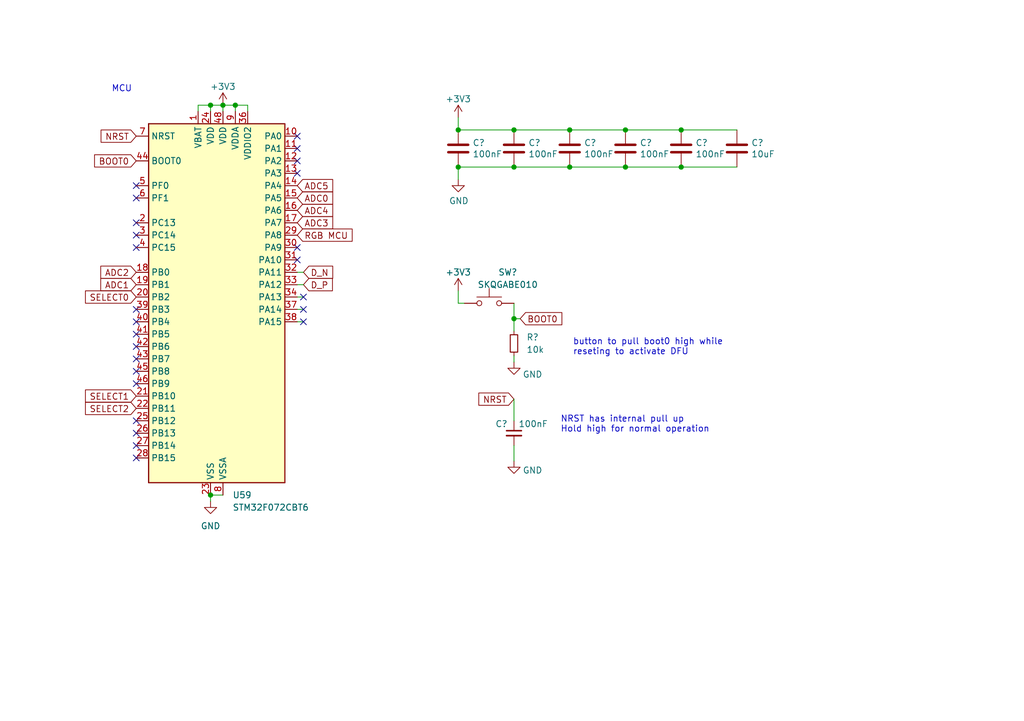
<source format=kicad_sch>
(kicad_sch (version 20230121) (generator eeschema)
  (paper "A5")
  (lib_symbols
    (symbol "Device:C" (pin_numbers hide) (pin_names (offset 0.254))
      (property "Reference" "C" (at 0.635 2.54 0))
      (property "Value" "C" (at 0.635 -2.54 0))
      (symbol "C_0_1"
        (polyline (pts (xy -2.032 -0.762) (xy 2.032 -0.762)) (stroke (width 0.508)))
        (polyline (pts (xy -2.032 0.762) (xy 2.032 0.762)) (stroke (width 0.508)))
      )
      (symbol "C_1_1"
        (pin passive line (at 0 3.81 270) (length 2.794) (name "~") (number "1"))
        (pin passive line (at 0 -3.81 90) (length 2.794) (name "~") (number "2"))
      )
    )
    (symbol "Device:C_Small" (pin_numbers hide) (pin_names (offset 0.254) hide)
      (property "Reference" "C" (at 0.254 1.778 0))
      (property "Value" "C_Small" (at 0.254 -2.032 0))
      (symbol "C_Small_0_1"
        (polyline (pts (xy -1.524 -0.508) (xy 1.524 -0.508)) (stroke (width 0.3302)))
        (polyline (pts (xy -1.524 0.508) (xy 1.524 0.508)) (stroke (width 0.3048)))
      )
      (symbol "C_Small_1_1"
        (pin passive line (at 0 2.54 270) (length 2.032) (name "~") (number "1"))
        (pin passive line (at 0 -2.54 90) (length 2.032) (name "~") (number "2"))
      )
    )
    (symbol "Device:R_Small" (pin_numbers hide) (pin_names (offset 0.254) hide)
      (property "Reference" "R" (at 0.762 0.508 0))
      (property "Value" "R_Small" (at 0.762 -1.016 0))
      (symbol "R_Small_0_1"
        (rectangle (start -0.762 1.778) (end 0.762 -1.778) (stroke (width 0.2032)))
      )
      (symbol "R_Small_1_1"
        (pin passive line (at 0 2.54 270) (length 0.762) (name "~") (number "1"))
        (pin passive line (at 0 -2.54 90) (length 0.762) (name "~") (number "2"))
      )
    )
    (symbol "MCU_ST_STM32F0:STM32F072CBTx"
      (property "Reference" "U" (at -12.7 39.37 0))
      (property "Value" "STM32F072CBTx" (at 10.16 39.37 0))
      (symbol "STM32F072CBTx_0_1"
        (rectangle (start -12.7 -35.56) (end 15.24 38.1) (stroke (width 0.254)) (fill (type background)))
      )
      (symbol "STM32F072CBTx_1_1"
        (pin power_in line (at -2.54 40.64 270) (length 2.54) (name "VBAT") (number "1"))
        (pin bidirectional line (at 17.78 35.56 180) (length 2.54) (name "PA0") (number "10"))
        (pin bidirectional line (at 17.78 33.02 180) (length 2.54) (name "PA1") (number "11"))
        (pin bidirectional line (at 17.78 30.48 180) (length 2.54) (name "PA2") (number "12"))
        (pin bidirectional line (at 17.78 27.94 180) (length 2.54) (name "PA3") (number "13"))
        (pin bidirectional line (at 17.78 25.4 180) (length 2.54) (name "PA4") (number "14"))
        (pin bidirectional line (at 17.78 22.86 180) (length 2.54) (name "PA5") (number "15"))
        (pin bidirectional line (at 17.78 20.32 180) (length 2.54) (name "PA6") (number "16"))
        (pin bidirectional line (at 17.78 17.78 180) (length 2.54) (name "PA7") (number "17"))
        (pin bidirectional line (at -15.24 7.62 0) (length 2.54) (name "PB0") (number "18"))
        (pin bidirectional line (at -15.24 5.08 0) (length 2.54) (name "PB1") (number "19"))
        (pin bidirectional line (at -15.24 17.78 0) (length 2.54) (name "PC13") (number "2"))
        (pin bidirectional line (at -15.24 2.54 0) (length 2.54) (name "PB2") (number "20"))
        (pin bidirectional line (at -15.24 -17.78 0) (length 2.54) (name "PB10") (number "21"))
        (pin bidirectional line (at -15.24 -20.32 0) (length 2.54) (name "PB11") (number "22"))
        (pin power_in line (at 0 -38.1 90) (length 2.54) (name "VSS") (number "23"))
        (pin power_in line (at 0 40.64 270) (length 2.54) (name "VDD") (number "24"))
        (pin bidirectional line (at -15.24 -22.86 0) (length 2.54) (name "PB12") (number "25"))
        (pin bidirectional line (at -15.24 -25.4 0) (length 2.54) (name "PB13") (number "26"))
        (pin bidirectional line (at -15.24 -27.94 0) (length 2.54) (name "PB14") (number "27"))
        (pin bidirectional line (at -15.24 -30.48 0) (length 2.54) (name "PB15") (number "28"))
        (pin bidirectional line (at 17.78 15.24 180) (length 2.54) (name "PA8") (number "29"))
        (pin bidirectional line (at -15.24 15.24 0) (length 2.54) (name "PC14") (number "3"))
        (pin bidirectional line (at 17.78 12.7 180) (length 2.54) (name "PA9") (number "30"))
        (pin bidirectional line (at 17.78 10.16 180) (length 2.54) (name "PA10") (number "31"))
        (pin bidirectional line (at 17.78 7.62 180) (length 2.54) (name "PA11") (number "32"))
        (pin bidirectional line (at 17.78 5.08 180) (length 2.54) (name "PA12") (number "33"))
        (pin bidirectional line (at 17.78 2.54 180) (length 2.54) (name "PA13") (number "34"))
        (pin passive line (at 0 -38.1 90) (length 2.54) hide (name "VSS") (number "35"))
        (pin power_in line (at 7.62 40.64 270) (length 2.54) (name "VDDIO2") (number "36"))
        (pin bidirectional line (at 17.78 0 180) (length 2.54) (name "PA14") (number "37"))
        (pin bidirectional line (at 17.78 -2.54 180) (length 2.54) (name "PA15") (number "38"))
        (pin bidirectional line (at -15.24 0 0) (length 2.54) (name "PB3") (number "39"))
        (pin bidirectional line (at -15.24 12.7 0) (length 2.54) (name "PC15") (number "4"))
        (pin bidirectional line (at -15.24 -2.54 0) (length 2.54) (name "PB4") (number "40"))
        (pin bidirectional line (at -15.24 -5.08 0) (length 2.54) (name "PB5") (number "41"))
        (pin bidirectional line (at -15.24 -7.62 0) (length 2.54) (name "PB6") (number "42"))
        (pin bidirectional line (at -15.24 -10.16 0) (length 2.54) (name "PB7") (number "43"))
        (pin input line (at -15.24 30.48 0) (length 2.54) (name "BOOT0") (number "44"))
        (pin bidirectional line (at -15.24 -12.7 0) (length 2.54) (name "PB8") (number "45"))
        (pin bidirectional line (at -15.24 -15.24 0) (length 2.54) (name "PB9") (number "46"))
        (pin passive line (at 0 -38.1 90) (length 2.54) hide (name "VSS") (number "47"))
        (pin power_in line (at 2.54 40.64 270) (length 2.54) (name "VDD") (number "48"))
        (pin bidirectional line (at -15.24 25.4 0) (length 2.54) (name "PF0") (number "5"))
        (pin bidirectional line (at -15.24 22.86 0) (length 2.54) (name "PF1") (number "6"))
        (pin input line (at -15.24 35.56 0) (length 2.54) (name "NRST") (number "7"))
        (pin power_in line (at 2.54 -38.1 90) (length 2.54) (name "VSSA") (number "8"))
        (pin power_in line (at 5.08 40.64 270) (length 2.54) (name "VDDA") (number "9"))
      )
    )
    (symbol "Switch:SW_Push" (pin_numbers hide) (pin_names (offset 1.016) hide)
      (property "Reference" "SW" (at 1.27 2.54 0))
      (property "Value" "SW_Push" (at 0 -1.524 0))
      (symbol "SW_Push_0_1"
        (circle (center -2.032 0) (radius 0.508))
        (polyline (pts (xy 0 1.27) (xy 0 3.048)))
        (polyline (pts (xy 2.54 1.27) (xy -2.54 1.27)))
        (circle (center 2.032 0) (radius 0.508))
        (pin passive line (at -5.08 0 0) (length 2.54) (name "1") (number "1"))
        (pin passive line (at 5.08 0 180) (length 2.54) (name "2") (number "2"))
      )
    )
    (symbol "power:+3V3" (power) (pin_names (offset 0))
      (property "Value" "+3V3" (at 0 3.556 0))
      (symbol "+3V3_0_1"
        (polyline (pts (xy -0.762 1.27) (xy 0 2.54)))
        (polyline (pts (xy 0 0) (xy 0 2.54)))
        (polyline (pts (xy 0 2.54) (xy 0.762 1.27)))
      )
      (symbol "+3V3_1_1"
        (pin power_in line (at 0 0 90) (length 0) hide (name "+3V3") (number "1"))
      )
    )
    (symbol "power:GND" (power) (pin_names (offset 0))
      (property "Value" "GND" (at 0 -3.81 0))
      (symbol "GND_0_1"
        (polyline (pts (xy 0 0) (xy 0 -1.27) (xy 1.27 -1.27) (xy 0 -2.54) (xy -1.27 -1.27) (xy 0 -1.27)))
      )
      (symbol "GND_1_1"
        (pin power_in line (at 0 0 270) (length 0) hide (name "GND") (number "1"))
      )
    )
  )
  (junction (at 128.27 34.29))
  (junction (at 105.41 26.67))
  (junction (at 45.72 21.59))
  (junction (at 128.27 26.67))
  (junction (at 93.98 26.67))
  (junction (at 105.41 65.405))
  (junction (at 116.84 26.67))
  (junction (at 139.7 26.67))
  (junction (at 48.26 21.59))
  (junction (at 43.18 101.6))
  (junction (at 93.98 34.29))
  (junction (at 43.18 21.59))
  (junction (at 139.7 34.29))
  (junction (at 105.41 34.29))
  (junction (at 116.84 34.29))
  (no_connect (at 27.94 93.98))
  (no_connect (at 27.94 40.64))
  (no_connect (at 27.94 38.1))
  (no_connect (at 27.94 48.26))
  (no_connect (at 27.94 66.04))
  (no_connect (at 27.94 86.36))
  (no_connect (at 27.94 73.66))
  (no_connect (at 27.94 63.5))
  (no_connect (at 60.96 35.56))
  (no_connect (at 60.96 50.8))
  (no_connect (at 60.96 27.94))
  (no_connect (at 27.94 71.12))
  (no_connect (at 27.94 76.2))
  (no_connect (at 27.94 78.74))
  (no_connect (at 62.23 66.04))
  (no_connect (at 62.23 60.96))
  (no_connect (at 27.94 68.58))
  (no_connect (at 27.94 91.44))
  (no_connect (at 62.23 63.5))
  (no_connect (at 27.94 50.8))
  (no_connect (at 27.94 88.9))
  (no_connect (at 60.96 53.34))
  (no_connect (at 60.96 30.48))
  (no_connect (at 60.96 33.02))
  (no_connect (at 27.94 45.72))
  (wire (pts (xy 43.18 21.59) (xy 43.18 22.86)))
  (wire (pts (xy 62.23 58.42) (xy 60.96 58.42)))
  (wire (pts (xy 62.23 63.5) (xy 60.96 63.5)))
  (wire (pts (xy 45.72 21.59) (xy 48.26 21.59)))
  (wire (pts (xy 48.26 21.59) (xy 48.26 22.86)))
  (wire (pts (xy 50.8 21.59) (xy 50.8 22.86)))
  (wire (pts (xy 95.25 62.23) (xy 93.98 62.23)))
  (wire (pts (xy 45.72 21.59) (xy 45.72 22.86)))
  (wire (pts (xy 40.64 21.59) (xy 43.18 21.59)))
  (wire (pts (xy 105.41 34.29) (xy 116.84 34.29)))
  (wire (pts (xy 93.98 62.23) (xy 93.98 59.69)))
  (wire (pts (xy 62.23 60.96) (xy 60.96 60.96)))
  (wire (pts (xy 40.64 21.59) (xy 40.64 22.86)))
  (wire (pts (xy 62.23 55.88) (xy 60.96 55.88)))
  (wire (pts (xy 105.41 34.29) (xy 93.98 34.29)))
  (wire (pts (xy 43.18 21.59) (xy 45.72 21.59)))
  (wire (pts (xy 105.41 26.67) (xy 93.98 26.67)))
  (wire (pts (xy 43.18 101.6) (xy 45.72 101.6)))
  (wire (pts (xy 93.98 24.13) (xy 93.98 26.67)))
  (wire (pts (xy 139.7 34.29) (xy 151.13 34.29)))
  (wire (pts (xy 105.41 65.405) (xy 106.68 65.405)))
  (wire (pts (xy 48.26 21.59) (xy 50.8 21.59)))
  (wire (pts (xy 43.18 102.87) (xy 43.18 101.6)))
  (wire (pts (xy 139.7 26.67) (xy 151.13 26.67)))
  (wire (pts (xy 128.27 26.67) (xy 139.7 26.67)))
  (wire (pts (xy 62.23 66.04) (xy 60.96 66.04)))
  (wire (pts (xy 105.41 94.615) (xy 105.41 91.44)))
  (wire (pts (xy 116.84 34.29) (xy 128.27 34.29)))
  (wire (pts (xy 105.41 65.405) (xy 105.41 67.945)))
  (wire (pts (xy 128.27 34.29) (xy 139.7 34.29)))
  (wire (pts (xy 105.41 73.025) (xy 105.41 74.295)))
  (wire (pts (xy 105.41 26.67) (xy 116.84 26.67)))
  (wire (pts (xy 105.41 81.915) (xy 105.41 86.36)))
  (wire (pts (xy 105.41 62.23) (xy 105.41 65.405)))
  (wire (pts (xy 116.84 26.67) (xy 128.27 26.67)))
  (wire (pts (xy 93.98 36.83) (xy 93.98 34.29)))
  (text "NRST has internal pull up\nHold high for normal operation" (at 114.935 88.9 0) (effects (font (size 1.27 1.27)) (justify left bottom)))
  (text "MCU" (at 22.86 19.05 0) (effects (font (size 1.27 1.27)) (justify left bottom)))
  (text "button to pull boot0 high while \nreseting to activate DFU" (at 117.475 73.025 0) (effects (font (size 1.27 1.27)) (justify left bottom)))
  (global_label "D_N" (shape input) (at 62.23 55.88 0) (property "Intersheetrefs" "${INTERSHEET_REFS}" (effects hide)))
  (global_label "RGB MCU" (shape input) (at 60.96 48.26 0) (property "Intersheetrefs" "${INTERSHEET_REFS}" (effects hide)))
  (global_label "BOOT0" (shape input) (at 27.94 33.02 180) (property "Intersheetrefs" "${INTERSHEET_REFS}" (effects hide)))
  (global_label "ADC3" (shape input) (at 60.96 45.72 0) (property "Intersheetrefs" "${INTERSHEET_REFS}" (effects hide)))
  (global_label "ADC5" (shape input) (at 60.96 38.1 0) (property "Intersheetrefs" "${INTERSHEET_REFS}" (effects hide)))
  (global_label "ADC0" (shape input) (at 60.96 40.64 0) (property "Intersheetrefs" "${INTERSHEET_REFS}" (effects hide)))
  (global_label "D_P" (shape input) (at 62.23 58.42 0) (property "Intersheetrefs" "${INTERSHEET_REFS}" (effects hide)))
  (global_label "ADC2" (shape input) (at 27.94 55.88 180) (property "Intersheetrefs" "${INTERSHEET_REFS}" (effects hide)))
  (global_label "SELECT1" (shape input) (at 27.94 81.28 180) (property "Intersheetrefs" "${INTERSHEET_REFS}" (effects hide)))
  (global_label "NRST" (shape input) (at 27.94 27.94 180) (property "Intersheetrefs" "${INTERSHEET_REFS}" (effects hide)))
  (global_label "SELECT2" (shape input) (at 27.94 83.82 180) (property "Intersheetrefs" "${INTERSHEET_REFS}" (effects hide)))
  (global_label "SELECT0" (shape input) (at 27.94 60.96 180) (property "Intersheetrefs" "${INTERSHEET_REFS}" (effects hide)))
  (global_label "ADC4" (shape input) (at 60.96 43.18 0) (property "Intersheetrefs" "${INTERSHEET_REFS}" (effects hide)))
  (global_label "NRST" (shape input) (at 105.41 81.915 180) (property "Intersheetrefs" "${INTERSHEET_REFS}" (effects hide)))
  (global_label "BOOT0" (shape input) (at 106.68 65.405 0) (property "Intersheetrefs" "${INTERSHEET_REFS}" (effects hide)))
  (global_label "ADC1" (shape input) (at 27.94 58.42 180) (property "Intersheetrefs" "${INTERSHEET_REFS}" (effects hide)))
  (symbol (lib_id "power:GND") (at 105.41 74.295 0) (unit 1)
    (property "Reference" "#PWR?" (effects hide))
    (property "Value" "GND" (at 109.22 76.835 0))
    (instances (project "TKL" (path "" (reference "#PWR?") (unit 1))) (project "vootington minivan" (path "" (reference "#PWR0114") (unit 1))) (project "le_capybara" (path "" (reference "#PWR016") (unit 1))))
  )
  (symbol (lib_id "Device:C") (at 139.7 30.48 0) (unit 1)
    (property "Reference" "C?" (at 142.621 29.3116 0) (effects (justify left)))
    (property "Value" "100nF" (at 142.621 31.623 0) (effects (justify left)))
    (property "Footprint" "Capacitor_SMD:C_0402_1005Metric" (effects hide))
    (property "LCSC" "C307331" (effects hide))
    (instances (project "LeChiffre" (path "" (reference "C?") (unit 1))) (project "vootington minivan" (path "" (reference "C12") (unit 1))) (project "stm32_hotswap_chiffre" (path "" (reference "C5") (unit 1))))
  )
  (symbol (lib_id "power:GND") (at 105.41 94.615 0) (mirror y) (unit 1)
    (property "Reference" "#PWR?" (effects hide))
    (property "Value" "GND" (at 109.22 96.52 0))
    (instances (project "TKL" (path "" (reference "#PWR?") (unit 1))) (project "vootington minivan" (path "" (reference "#PWR0117") (unit 1))) (project "le_capybara" (path "" (reference "#PWR022") (unit 1))))
  )
  (symbol (lib_id "Device:R_Small") (at 105.41 70.485 0) (unit 1)
    (property "Reference" "R?" (at 107.95 69.2149 0) (effects (justify left)))
    (property "Value" "10k" (at 107.95 71.7549 0) (effects (justify left)))
    (property "Footprint" "Resistor_SMD:R_0402_1005Metric" (effects hide))
    (instances (project "TKL" (path "" (reference "R?") (unit 1))) (project "vootington minivan" (path "" (reference "R5") (unit 1))) (project "le_capybara" (path "" (reference "R3") (unit 1))))
  )
  (symbol (lib_id "power:GND") (at 43.18 102.87 0) (unit 1)
    (property "Reference" "#PWR0115" (effects hide))
    (property "Value" "GND" (at 43.18 107.95 0))
    (instances (project "vootington minivan" (path "" (reference "#PWR0115") (unit 1))) (project "le_capybara" (path "" (reference "#PWR021") (unit 1))))
  )
  (symbol (lib_id "MCU_ST_STM32F0:STM32F072CBTx") (at 43.18 63.5 0) (unit 1)
    (property "Reference" "U59" (at 47.6759 101.6 0) (effects (justify left)))
    (property "Value" "STM32F072CBT6" (at 47.6759 104.14 0) (effects (justify left)))
    (property "Footprint" "Package_QFP:LQFP-48_7x7mm_P0.5mm" (effects hide))
    (property "Datasheet" "https://www.st.com/resource/en/datasheet/stm32f072cb.pdf" (effects hide))
    (property "JlcRotOffset" "90" (effects hide))
    (instances (project "vootington minivan" (path "" (reference "U59") (unit 1))) (project "le_capybara" (path "" (reference "U2") (unit 1))))
  )
  (symbol (lib_id "Device:C") (at 116.84 30.48 0) (unit 1)
    (property "Reference" "C?" (at 119.761 29.3116 0) (effects (justify left)))
    (property "Value" "100nF" (at 119.761 31.623 0) (effects (justify left)))
    (property "Footprint" "Capacitor_SMD:C_0402_1005Metric" (effects hide))
    (property "LCSC" "C307331" (effects hide))
    (instances (project "LeChiffre" (path "" (reference "C?") (unit 1))) (project "vootington minivan" (path "" (reference "C10") (unit 1))) (project "stm32_hotswap_chiffre" (path "" (reference "C3") (unit 1))))
  )
  (symbol (lib_id "power:+3V3") (at 93.98 24.13 0) (unit 1)
    (property "Reference" "#PWR01" (effects hide))
    (property "Value" "+3V3" (at 93.98 20.32 0))
    (instances (project "vootington minivan" (path "" (reference "#PWR01") (unit 1))) (project "stm32_hotswap_chiffre" (path "" (reference "#PWR03") (unit 1))))
  )
  (symbol (lib_id "Switch:SW_Push") (at 100.33 62.23 0) (unit 1)
    (property "Reference" "SW?" (at 104.14 55.88 0))
    (property "Value" "SKQGABE010" (at 104.14 58.42 0))
    (property "Footprint" "Button_Switch_SMD:SW_SPST_SKQG_WithoutStem" (effects hide))
    (property "LCSC" "C115351" (effects hide))
    (instances (project "TKL" (path "" (reference "SW?") (unit 1))) (project "vootington minivan" (path "" (reference "SW1") (unit 1))) (project "le_capybara" (path "" (reference "SW37") (unit 1))))
  )
  (symbol (lib_id "Device:C") (at 128.27 30.48 0) (unit 1)
    (property "Reference" "C?" (at 131.191 29.3116 0) (effects (justify left)))
    (property "Value" "100nF" (at 131.191 31.623 0) (effects (justify left)))
    (property "Footprint" "Capacitor_SMD:C_0402_1005Metric" (effects hide))
    (property "LCSC" "C307331" (effects hide))
    (instances (project "LeChiffre" (path "" (reference "C?") (unit 1))) (project "vootington minivan" (path "" (reference "C11") (unit 1))) (project "stm32_hotswap_chiffre" (path "" (reference "C4") (unit 1))))
  )
  (symbol (lib_id "power:GND") (at 93.98 36.83 0) (unit 1)
    (property "Reference" "#PWR?" (effects hide))
    (property "Value" "GND" (at 94.107 41.2242 0))
    (instances (project "LeChiffre" (path "" (reference "#PWR?") (unit 1))) (project "vootington minivan" (path "" (reference "#PWR02") (unit 1))) (project "stm32_hotswap_chiffre" (path "" (reference "#PWR05") (unit 1))))
  )
  (symbol (lib_id "Device:C") (at 105.41 30.48 0) (unit 1)
    (property "Reference" "C?" (at 108.331 29.3116 0) (effects (justify left)))
    (property "Value" "100nF" (at 108.331 31.623 0) (effects (justify left)))
    (property "Footprint" "Capacitor_SMD:C_0402_1005Metric" (effects hide))
    (property "LCSC" "C307331" (effects hide))
    (instances (project "LeChiffre" (path "" (reference "C?") (unit 1))) (project "vootington minivan" (path "" (reference "C2") (unit 1))) (project "stm32_hotswap_chiffre" (path "" (reference "C2") (unit 1))))
  )
  (symbol (lib_id "power:+3V3") (at 45.72 21.59 0) (unit 1)
    (property "Reference" "#PWR0107" (effects hide))
    (property "Value" "+3V3" (at 45.72 17.78 0))
    (instances (project "vootington minivan" (path "" (reference "#PWR0107") (unit 1))) (project "le_capybara" (path "" (reference "#PWR01") (unit 1))))
  )
  (symbol (lib_id "Device:C") (at 93.98 30.48 0) (unit 1)
    (property "Reference" "C?" (at 96.901 29.3116 0) (effects (justify left)))
    (property "Value" "100nF" (at 96.901 31.623 0) (effects (justify left)))
    (property "Footprint" "Capacitor_SMD:C_0402_1005Metric" (effects hide))
    (property "LCSC" "C307331" (effects hide))
    (instances (project "LeChiffre" (path "" (reference "C?") (unit 1))) (project "vootington minivan" (path "" (reference "C1") (unit 1))) (project "stm32_hotswap_chiffre" (path "" (reference "C1") (unit 1))))
  )
  (symbol (lib_id "power:+3V3") (at 93.98 59.69 0) (mirror y) (unit 1)
    (property "Reference" "#PWR0113" (effects hide))
    (property "Value" "+3V3" (at 93.98 55.88 0))
    (instances (project "vootington minivan" (path "" (reference "#PWR0113") (unit 1))) (project "le_capybara" (path "" (reference "#PWR015") (unit 1))))
  )
  (symbol (lib_id "Device:C") (at 151.13 30.48 0) (unit 1)
    (property "Reference" "C?" (at 154.051 29.3116 0) (effects (justify left)))
    (property "Value" "10uF" (at 154.051 31.623 0) (effects (justify left)))
    (property "Footprint" "Capacitor_SMD:C_0603_1608Metric" (effects hide))
    (instances (project "LeChiffre" (path "" (reference "C?") (unit 1))) (project "vootington minivan" (path "" (reference "C13") (unit 1))) (project "stm32_hotswap_chiffre" (path "" (reference "C6") (unit 1))))
  )
  (symbol (lib_id "Device:C_Small") (at 105.41 88.9 0) (mirror y) (unit 1)
    (property "Reference" "C?" (at 104.14 86.995 0) (effects (justify left)))
    (property "Value" "100nF" (at 112.395 86.995 0) (effects (justify left)))
    (property "Footprint" "Capacitor_SMD:C_0402_1005Metric" (effects hide))
    (property "LCSC" "C307331" (effects hide))
    (instances (project "TKL" (path "" (reference "C?") (unit 1))) (project "vootington minivan" (path "" (reference "C29") (unit 1))) (project "le_capybara" (path "" (reference "C17") (unit 1))))
  )
)
</source>
